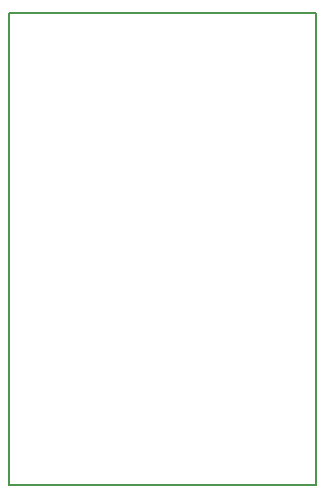
<source format=gbr>
G04 #@! TF.FileFunction,Other,User*
%FSLAX46Y46*%
G04 Gerber Fmt 4.6, Leading zero omitted, Abs format (unit mm)*
G04 Created by KiCad (PCBNEW 4.0.5) date 05/07/17 16:04:07*
%MOMM*%
%LPD*%
%LN915 Chip Antenna-Margin*%
%FSLAX25Y25*%
%MOIN*%
%AD*%
%AD*%
%ADD29C,0.007874016*%
G54D29*
%SRX1Y1I0.0J0.0*%
G1X618110Y-456693D2*
G1X618110Y-299213D1*
G1X614173Y-456693D2*
G1X618110Y-456693D1*
G1X515748Y-456693D2*
G1X614173Y-456693D1*
G1X515748Y-299213D2*
G1X515748Y-456693D1*
G1X614173Y-299213D2*
G1X618110Y-299213D1*
G1X515748Y-299213D2*
G1X614173Y-299213D1*
M2*

</source>
